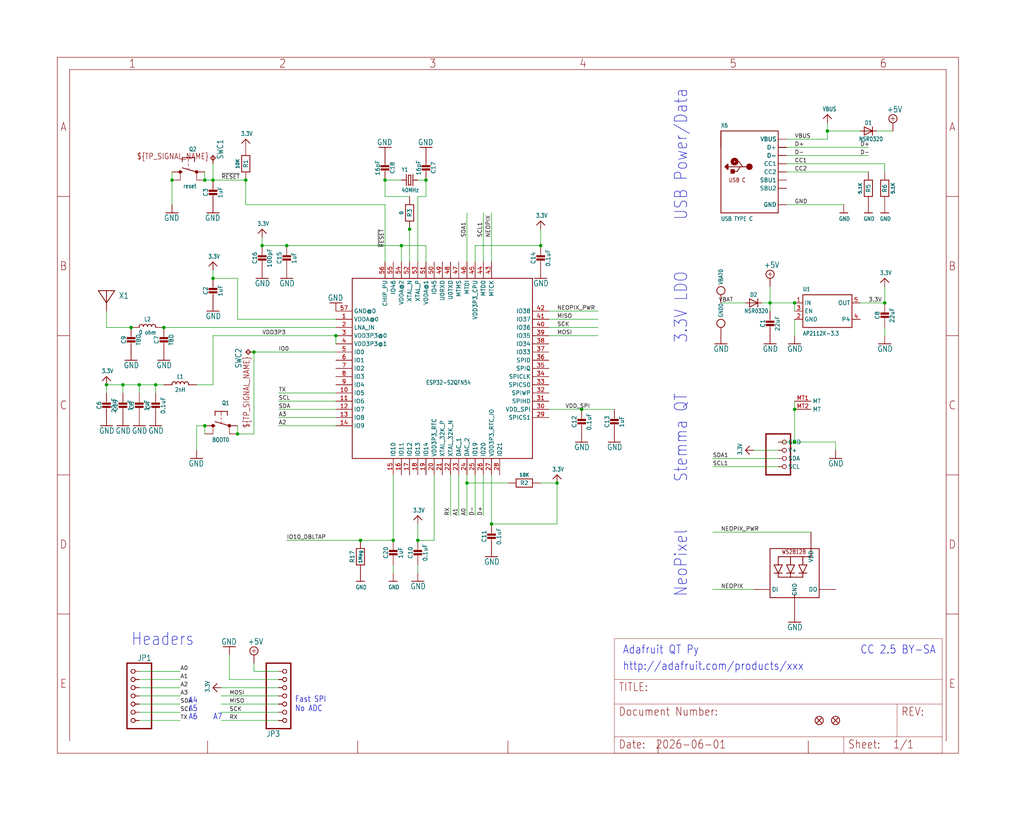
<source format=kicad_sch>
(kicad_sch (version 20230121) (generator eeschema)
  (paper "User" 317.5 254.127)
  (lib_symbols
    (symbol "working-eagle-import:+5V" (power)
      (property "Value" "+5V" (at -1.905 3.175 0))
      (symbol "+5V_1_0"
        (pin power_in line (at 0 -2.54 90) (length 2.54) (name "+5V") (number "1"))
      )
    )
    (symbol "working-eagle-import:3.3V" (power)
      (property "Value" "3.3V" (at -1.524 1.016 0))
      (symbol "3.3V_1_0"
        (pin power_in line (at 0 -2.54 90) (length 2.54) (name "3.3V") (number "1"))
      )
    )
    (symbol "working-eagle-import:ANTENNA_JOHANSON_2450AT18B100"
      (property "Reference" "X" (at 3.81 1.27 0))
      (symbol "ANTENNA_JOHANSON_2450AT18B100_1_0"
        (pin passive line (at 0 -2.54 90) (length 2.54) (name "P$1") (number "FP"))
      )
    )
    (symbol "working-eagle-import:CAP_CERAMIC0805-NOOUTLINE"
      (property "Reference" "C" (at -2.29 1.25 90))
      (symbol "CAP_CERAMIC0805-NOOUTLINE_1_0"
        (pin passive line (at 0 5.08 270) (length 2.54) (name "1") (number "1"))
        (pin passive line (at 0 -2.54 90) (length 2.54) (name "2") (number "2"))
      )
    )
    (symbol "working-eagle-import:CAP_CERAMIC_0402NO"
      (property "Reference" "C" (at -2.29 1.25 90))
      (symbol "CAP_CERAMIC_0402NO_1_0"
        (pin passive line (at 0 5.08 270) (length 2.54) (name "1") (number "1"))
        (pin passive line (at 0 -2.54 90) (length 2.54) (name "2") (number "2"))
      )
    )
    (symbol "working-eagle-import:CRYSTAL_2X1.6MM"
      (property "Reference" "Y" (at -2.54 2.54 0))
      (symbol "CRYSTAL_2X1.6MM_1_0"
        (pin passive line (at -2.54 0 0) (length 0) (name "1") (number "1"))
        (pin passive line (at 2.54 0 180) (length 0) (name "2") (number "3"))
      )
    )
    (symbol "working-eagle-import:DIODE_SOD323MINI"
      (property "Reference" "D" (at 0 2.54 0))
      (symbol "DIODE_SOD323MINI_1_0"
        (pin passive line (at -2.54 0 0) (length 2.54) (name "A") (number "A"))
        (pin passive line (at 2.54 0 180) (length 2.54) (name "C") (number "C"))
      )
    )
    (symbol "working-eagle-import:ESP32-S2QFN54"
      (symbol "ESP32-S2QFN54_1_0"
        (pin power_in line (at -33.02 15.24 0) (length 5.08) (name "VDDA@0") (number "1"))
        (pin bidirectional line (at -33.02 -7.62 0) (length 5.08) (name "IO5") (number "10"))
        (pin bidirectional line (at -33.02 -10.16 0) (length 5.08) (name "IO6") (number "11"))
        (pin bidirectional line (at -33.02 -12.7 0) (length 5.08) (name "IO7") (number "12"))
        (pin bidirectional line (at -33.02 -15.24 0) (length 5.08) (name "IO8") (number "13"))
        (pin bidirectional line (at -33.02 -17.78 0) (length 5.08) (name "IO9") (number "14"))
        (pin bidirectional line (at -15.24 -33.02 90) (length 5.08) (name "IO10") (number "15"))
        (pin bidirectional line (at -12.7 -33.02 90) (length 5.08) (name "IO11") (number "16"))
        (pin bidirectional line (at -10.16 -33.02 90) (length 5.08) (name "IO12") (number "17"))
        (pin bidirectional line (at -7.62 -33.02 90) (length 5.08) (name "IO13") (number "18"))
        (pin bidirectional line (at -5.08 -33.02 90) (length 5.08) (name "IO14") (number "19"))
        (pin bidirectional line (at -33.02 12.7 0) (length 5.08) (name "LNA_IN") (number "2"))
        (pin power_in line (at -2.54 -33.02 90) (length 5.08) (name "VDD3P3_RTC") (number "20"))
        (pin bidirectional line (at 0 -33.02 90) (length 5.08) (name "XTAL_32K_P") (number "21"))
        (pin bidirectional line (at 2.54 -33.02 90) (length 5.08) (name "XTAL_32K_N") (number "22"))
        (pin bidirectional line (at 5.08 -33.02 90) (length 5.08) (name "DAC_1") (number "23"))
        (pin bidirectional line (at 7.62 -33.02 90) (length 5.08) (name "DAC_2") (number "24"))
        (pin bidirectional line (at 10.16 -33.02 90) (length 5.08) (name "IO19") (number "25"))
        (pin bidirectional line (at 12.7 -33.02 90) (length 5.08) (name "IO20") (number "26"))
        (pin power_in line (at 15.24 -33.02 90) (length 5.08) (name "VDD3P3_RTC_IO") (number "27"))
        (pin bidirectional line (at 17.78 -33.02 90) (length 5.08) (name "IO21") (number "28"))
        (pin bidirectional line (at 33.02 -15.24 180) (length 5.08) (name "SPICS1") (number "29"))
        (pin power_in line (at -33.02 10.16 0) (length 5.08) (name "VDD3P3@0") (number "3"))
        (pin power_in line (at 33.02 -12.7 180) (length 5.08) (name "VDD_SPI") (number "30"))
        (pin bidirectional line (at 33.02 -10.16 180) (length 5.08) (name "SPIHD") (number "31"))
        (pin bidirectional line (at 33.02 -7.62 180) (length 5.08) (name "SPIWP") (number "32"))
        (pin bidirectional line (at 33.02 -5.08 180) (length 5.08) (name "SPICS0") (number "33"))
        (pin bidirectional line (at 33.02 -2.54 180) (length 5.08) (name "SPICLK") (number "34"))
        (pin bidirectional line (at 33.02 0 180) (length 5.08) (name "SPIQ") (number "35"))
        (pin bidirectional line (at 33.02 2.54 180) (length 5.08) (name "SPID") (number "36"))
        (pin bidirectional line (at 33.02 5.08 180) (length 5.08) (name "IO33") (number "37"))
        (pin bidirectional line (at 33.02 7.62 180) (length 5.08) (name "IO34") (number "38"))
        (pin bidirectional line (at 33.02 10.16 180) (length 5.08) (name "IO35") (number "39"))
        (pin power_in line (at -33.02 7.62 0) (length 5.08) (name "VDD3P3@1") (number "4"))
        (pin bidirectional line (at 33.02 12.7 180) (length 5.08) (name "IO36") (number "40"))
        (pin bidirectional line (at 33.02 15.24 180) (length 5.08) (name "IO37") (number "41"))
        (pin bidirectional line (at 33.02 17.78 180) (length 5.08) (name "IO38") (number "42"))
        (pin bidirectional line (at 15.24 33.02 270) (length 5.08) (name "MTCK") (number "43"))
        (pin bidirectional line (at 12.7 33.02 270) (length 5.08) (name "MTD0") (number "44"))
        (pin power_in line (at 10.16 33.02 270) (length 5.08) (name "VDD3P3_CPU") (number "45"))
        (pin bidirectional line (at 7.62 33.02 270) (length 5.08) (name "MTDI") (number "46"))
        (pin bidirectional line (at 5.08 33.02 270) (length 5.08) (name "MTMS") (number "47"))
        (pin bidirectional line (at 2.54 33.02 270) (length 5.08) (name "U0TXD") (number "48"))
        (pin bidirectional line (at 0 33.02 270) (length 5.08) (name "U0RXD") (number "49"))
        (pin bidirectional line (at -33.02 5.08 0) (length 5.08) (name "IO0") (number "5"))
        (pin bidirectional line (at -2.54 33.02 270) (length 5.08) (name "IO45") (number "50"))
        (pin power_in line (at -5.08 33.02 270) (length 5.08) (name "VDDA@1") (number "51"))
        (pin bidirectional line (at -10.16 33.02 270) (length 5.08) (name "XTAL_N") (number "52"))
        (pin bidirectional line (at -7.62 33.02 270) (length 5.08) (name "XTAL_P") (number "53"))
        (pin power_in line (at -12.7 33.02 270) (length 5.08) (name "VDDA@2") (number "54"))
        (pin input line (at -15.24 33.02 270) (length 5.08) (name "IO46") (number "55"))
        (pin input line (at -17.78 33.02 270) (length 5.08) (name "CHIP_PU") (number "56"))
        (pin power_in line (at -33.02 17.78 0) (length 5.08) (name "GND@0") (number "57"))
        (pin bidirectional line (at -33.02 2.54 0) (length 5.08) (name "IO1") (number "6"))
        (pin bidirectional line (at -33.02 0 0) (length 5.08) (name "IO2") (number "7"))
        (pin bidirectional line (at -33.02 -2.54 0) (length 5.08) (name "IO3") (number "8"))
        (pin bidirectional line (at -33.02 -5.08 0) (length 5.08) (name "IO4") (number "9"))
      )
    )
    (symbol "working-eagle-import:FIDUCIAL_1MM")
    (symbol "working-eagle-import:FRAME_A_L"
      (symbol "FRAME_A_L_1_0"
        (text "1" (at 23.2833 213.995 0) (effects (font (size 2.54 2.286))))
        (text "2" (at 69.85 213.995 0) (effects (font (size 2.54 2.286))))
        (text "3" (at 116.4167 213.995 0) (effects (font (size 2.54 2.286))))
        (text "4" (at 162.9833 213.995 0) (effects (font (size 2.54 2.286))))
        (text "5" (at 209.55 213.995 0) (effects (font (size 2.54 2.286))))
        (text "6" (at 256.1167 213.995 0) (effects (font (size 2.54 2.286))))
        (text "A" (at 1.905 194.31 0) (effects (font (size 2.54 2.286))))
        (text "A" (at 277.495 194.31 0) (effects (font (size 2.54 2.286))))
        (text "B" (at 1.905 151.13 0) (effects (font (size 2.54 2.286))))
        (text "B" (at 277.495 151.13 0) (effects (font (size 2.54 2.286))))
        (text "C" (at 1.905 107.95 0) (effects (font (size 2.54 2.286))))
        (text "C" (at 277.495 107.95 0) (effects (font (size 2.54 2.286))))
        (text "D" (at 1.905 64.77 0) (effects (font (size 2.54 2.286))))
        (text "D" (at 277.495 64.77 0) (effects (font (size 2.54 2.286))))
        (text "E" (at 1.905 21.59 0) (effects (font (size 2.54 2.286))))
        (text "E" (at 277.495 21.59 0) (effects (font (size 2.54 2.286))))
      )
      (symbol "FRAME_A_L_2_0"
        (text "${#}/${##}" (at 86.36 1.27 0) (effects (font (size 2.54 2.159)) (justify left bottom)))
        (text "${CURRENT_DATE}" (at 12.7 1.27 0) (effects (font (size 2.54 2.159)) (justify left bottom)))
        (text "${PROJECTNAME}" (at 17.78 19.05 0) (effects (font (size 2.54 2.159)) (justify left bottom)))
        (text "Date:" (at 1.27 1.27 0) (effects (font (size 2.54 2.159)) (justify left bottom)))
        (text "Document Number:" (at 1.27 11.43 0) (effects (font (size 2.54 2.159)) (justify left bottom)))
        (text "REV:" (at 88.9 11.43 0) (effects (font (size 2.54 2.159)) (justify left bottom)))
        (text "Sheet:" (at 72.39 1.27 0) (effects (font (size 2.54 2.159)) (justify left bottom)))
        (text "TITLE:" (at 1.27 19.05 0) (effects (font (size 2.54 2.159)) (justify left bottom)))
      )
    )
    (symbol "working-eagle-import:GND" (power)
      (property "Value" "GND" (at -2.54 -2.54 0))
      (symbol "GND_1_0"
        (pin power_in line (at 0 2.54 270) (length 2.54) (name "GND") (number "1"))
      )
    )
    (symbol "working-eagle-import:HEADER-1X7_CASTEL"
      (property "Reference" "JP" (at -6.35 10.795 0))
      (symbol "HEADER-1X7_CASTEL_1_0"
        (pin passive inverted (at -2.54 7.62 0) (length 2.54) (name "1") (number "1"))
        (pin passive inverted (at -2.54 7.62 0) (length 2.54) (name "1") (number "1C"))
        (pin passive inverted (at -2.54 5.08 0) (length 2.54) (name "2") (number "2"))
        (pin passive inverted (at -2.54 5.08 0) (length 2.54) (name "2") (number "2C"))
        (pin passive inverted (at -2.54 2.54 0) (length 2.54) (name "3") (number "3"))
        (pin passive inverted (at -2.54 2.54 0) (length 2.54) (name "3") (number "3C"))
        (pin passive inverted (at -2.54 0 0) (length 2.54) (name "4") (number "4"))
        (pin passive inverted (at -2.54 0 0) (length 2.54) (name "4") (number "4C"))
        (pin passive inverted (at -2.54 -2.54 0) (length 2.54) (name "5") (number "5"))
        (pin passive inverted (at -2.54 -2.54 0) (length 2.54) (name "5") (number "5C"))
        (pin passive inverted (at -2.54 -5.08 0) (length 2.54) (name "6") (number "6"))
        (pin passive inverted (at -2.54 -5.08 0) (length 2.54) (name "6") (number "6C"))
        (pin passive inverted (at -2.54 -7.62 0) (length 2.54) (name "7") (number "7"))
        (pin passive inverted (at -2.54 -7.62 0) (length 2.54) (name "7") (number "7C"))
      )
    )
    (symbol "working-eagle-import:INDUCTOR_0402"
      (property "Reference" "L" (at 0 2.54 0))
      (symbol "INDUCTOR_0402_1_0"
        (pin passive line (at -5.08 0 0) (length 2.54) (name "1") (number "1"))
        (pin passive line (at 5.08 0 180) (length 2.54) (name "2") (number "2"))
      )
    )
    (symbol "working-eagle-import:RESISTOR_0402NO"
      (property "Reference" "R" (at 0 2.54 0))
      (symbol "RESISTOR_0402NO_1_0"
        (pin passive line (at -5.08 0 0) (length 2.54) (name "1") (number "1"))
        (pin passive line (at 5.08 0 180) (length 2.54) (name "2") (number "2"))
      )
    )
    (symbol "working-eagle-import:STEMMA_I2C_QTSKINNY"
      (symbol "STEMMA_I2C_QTSKINNY_1_0"
        (pin passive inverted (at 0 5.08 0) (length 2.54) (name "GND") (number "1"))
        (pin passive inverted (at 0 2.54 0) (length 2.54) (name "V+") (number "2"))
        (pin passive inverted (at 0 0 0) (length 2.54) (name "SDA") (number "3"))
        (pin passive inverted (at 0 -2.54 0) (length 2.54) (name "SCL") (number "4"))
      )
      (symbol "STEMMA_I2C_QTSKINNY_2_0"
        (pin bidirectional line (at 0 0 0) (length 5.08) (name "MT") (number "MT1"))
      )
      (symbol "STEMMA_I2C_QTSKINNY_3_0"
        (pin bidirectional line (at 0 0 0) (length 5.08) (name "MT") (number "MT2"))
      )
    )
    (symbol "working-eagle-import:SWITCH_TACT_SMT4.6X2.8"
      (property "Reference" "SW" (at -2.54 6.35 0))
      (symbol "SWITCH_TACT_SMT4.6X2.8_1_0"
        (pin passive line (at -5.08 0 0) (length 2.54) (name "P") (number "A"))
        (pin passive line (at -5.08 -2.54 0) (length 2.54) (name "P1") (number "A'"))
        (pin passive line (at 5.08 0 180) (length 2.54) (name "S") (number "B"))
        (pin passive line (at 5.08 -2.54 180) (length 2.54) (name "S1") (number "B'"))
      )
    )
    (symbol "working-eagle-import:TESTPOINT_MINUS"
      (property "Reference" "TP" (at 0 5.588 90))
      (symbol "TESTPOINT_MINUS_1_0"
        (pin bidirectional line (at 0 0 90) (length 2.54) (name "P$1") (number "P$1"))
      )
    )
    (symbol "working-eagle-import:TESTPOINT_PLUS13"
      (property "Reference" "TP" (at 0 5.588 90))
      (symbol "TESTPOINT_PLUS13_1_0"
        (pin bidirectional line (at 0 0 90) (length 2.54) (name "P$1") (number "P$1"))
      )
    )
    (symbol "working-eagle-import:TPB1,27"
      (property "Reference" "TP" (at -1.27 1.27 0))
      (symbol "TPB1,27_1_0"
        (text "${TP_SIGNAL_NAME}" (at 1.27 -1.27 0) (effects (font (size 1.778 1.5113)) (justify left bottom)))
        (pin input line (at 0 -2.54 90) (length 2.54) (name "TP") (number "TP"))
      )
    )
    (symbol "working-eagle-import:USB_C"
      (property "Reference" "X" (at -10.16 13.716 0))
      (symbol "USB_C_1_0"
        (text "USB C" (at -5.08 -2.54 0) (effects (font (size 1.27 1.0795))))
        (pin power_in line (at 10.16 -10.16 180) (length 2.54) (name "GND") (number "A1B12"))
        (pin power_in line (at 10.16 10.16 180) (length 2.54) (name "VBUS") (number "A4B9"))
        (pin bidirectional line (at 10.16 2.54 180) (length 2.54) (name "CC1") (number "A5"))
        (pin bidirectional line (at 10.16 7.62 180) (length 2.54) (name "D+") (number "A6"))
        (pin bidirectional line (at 10.16 5.08 180) (length 2.54) (name "D-") (number "A7"))
        (pin bidirectional line (at 10.16 -2.54 180) (length 2.54) (name "SBU1") (number "A8"))
        (pin power_in line (at 10.16 -10.16 180) (length 2.54) (name "GND") (number "B1A12"))
        (pin power_in line (at 10.16 10.16 180) (length 2.54) (name "VBUS") (number "B4A9"))
        (pin bidirectional line (at 10.16 0 180) (length 2.54) (name "CC2") (number "B5"))
        (pin bidirectional line (at 10.16 7.62 180) (length 2.54) (name "D+") (number "B6"))
        (pin bidirectional line (at 10.16 5.08 180) (length 2.54) (name "D-") (number "B7"))
        (pin bidirectional line (at 10.16 -5.08 180) (length 2.54) (name "SBU2") (number "B8"))
      )
    )
    (symbol "working-eagle-import:VBUS" (power)
      (property "Value" "VBUS" (at -1.524 1.016 0))
      (symbol "VBUS_1_0"
        (pin power_in line (at 0 -2.54 90) (length 2.54) (name "VBUS") (number "1"))
      )
    )
    (symbol "working-eagle-import:VREG_SOT23-5"
      (property "Reference" "U" (at -7.62 6.096 0))
      (symbol "VREG_SOT23-5_1_0"
        (pin power_in line (at -10.16 2.54 0) (length 2.54) (name "IN") (number "1"))
        (pin power_in line (at -10.16 -2.54 0) (length 2.54) (name "GND") (number "2"))
        (pin input line (at -10.16 0 0) (length 2.54) (name "EN") (number "3"))
        (pin bidirectional line (at 10.16 -2.54 180) (length 2.54) (name "P4") (number "4"))
        (pin power_in line (at 10.16 2.54 180) (length 2.54) (name "OUT") (number "5"))
      )
    )
    (symbol "working-eagle-import:WS2812B_SK6805_1515"
      (symbol "WS2812B_SK6805_1515_1_0"
        (text "WS2812B" (at -4.064 8.382 0) (effects (font (size 1.27 1.0795)) (justify left bottom)))
        (pin input line (at -12.7 -2.54 0) (length 5.08) (name "DI") (number "1"))
        (pin power_in line (at 5.08 15.24 270) (length 5.08) (name "VDD") (number "2"))
        (pin output line (at 12.7 -2.54 180) (length 5.08) (name "DO") (number "3"))
        (pin power_in line (at 0 -10.16 90) (length 5.08) (name "GND") (number "4"))
      )
    )
    (symbol "working-eagle-import:microbuilder_GND" (power)
      (property "Value" "microbuilder_GND" (at -1.524 -2.54 0))
      (symbol "microbuilder_GND_1_0"
        (pin power_in line (at 0 2.54 270) (length 2.54) (name "GND") (number "1"))
      )
    )
  )
  (junction (at 121.92 167.64))
  (junction (at 66.04 86.36))
  (junction (at 152.4 162.56))
  (junction (at 246.38 127))
  (junction (at 124.46 76.2))
  (junction (at 246.38 93.98))
  (junction (at 167.64 76.2))
  (junction (at 50.8 101.6))
  (junction (at 274.32 93.98))
  (junction (at 144.78 149.86))
  (junction (at 73.66 134.62))
  (junction (at 104.14 104.14))
  (junction (at 172.72 149.86))
  (junction (at 180.34 127))
  (junction (at 81.28 76.2))
  (junction (at 238.76 93.98))
  (junction (at 66.04 55.88))
  (junction (at 78.74 109.22))
  (junction (at 40.64 101.6))
  (junction (at 256.54 40.64))
  (junction (at 33.02 119.38))
  (junction (at 111.76 167.64))
  (junction (at 63.5 55.88))
  (junction (at 127 71.12))
  (junction (at 43.18 119.38))
  (junction (at 76.2 55.88))
  (junction (at 38.1 119.38))
  (junction (at 63.5 132.08))
  (junction (at 129.54 167.64))
  (junction (at 246.38 137.16))
  (junction (at 132.08 55.88))
  (junction (at 119.38 55.88))
  (junction (at 88.9 76.2))
  (junction (at 53.34 55.88))
  (junction (at 48.26 119.38))
  (wire (pts (xy 63.5 55.88) (xy 66.04 55.88)) (stroke (width 0.1524)))
  (wire (pts (xy 246.38 124.46) (xy 246.38 127)) (stroke (width 0.1524)))
  (wire (pts (xy 170.18 99.06) (xy 185.42 99.06)) (stroke (width 0.1524)))
  (wire (pts (xy 243.84 45.72) (xy 269.24 45.72)) (stroke (width 0.1524)))
  (wire (pts (xy 132.08 81.28) (xy 132.08 76.2)) (stroke (width 0.1524)))
  (wire (pts (xy 53.34 63.5) (xy 53.34 55.88)) (stroke (width 0.1524)))
  (wire (pts (xy 60.96 132.08) (xy 63.5 132.08)) (stroke (width 0.1524)))
  (wire (pts (xy 266.7 93.98) (xy 274.32 93.98)) (stroke (width 0.1524)))
  (wire (pts (xy 144.78 149.86) (xy 157.48 149.86)) (stroke (width 0.1524)))
  (wire (pts (xy 144.78 149.86) (xy 144.78 147.32)) (stroke (width 0.1524)))
  (wire (pts (xy 76.2 55.88) (xy 76.2 63.5)) (stroke (width 0.1524)))
  (wire (pts (xy 55.88 218.44) (xy 43.18 218.44)) (stroke (width 0.1524)))
  (wire (pts (xy 48.26 119.38) (xy 43.18 119.38)) (stroke (width 0.1524)))
  (wire (pts (xy 170.18 127) (xy 180.34 127)) (stroke (width 0.1524)))
  (wire (pts (xy 238.76 96.52) (xy 238.76 93.98)) (stroke (width 0.1524)))
  (wire (pts (xy 129.54 162.56) (xy 129.54 167.64)) (stroke (width 0.1524)))
  (wire (pts (xy 78.74 134.62) (xy 78.74 109.22)) (stroke (width 0.1524)))
  (wire (pts (xy 246.38 99.06) (xy 246.38 104.14)) (stroke (width 0.1524)))
  (wire (pts (xy 86.36 129.54) (xy 104.14 129.54)) (stroke (width 0.1524)))
  (wire (pts (xy 243.84 53.34) (xy 269.24 53.34)) (stroke (width 0.1524)))
  (wire (pts (xy 76.2 63.5) (xy 119.38 63.5)) (stroke (width 0.1524)))
  (wire (pts (xy 147.32 76.2) (xy 167.64 76.2)) (stroke (width 0.1524)))
  (wire (pts (xy 86.36 127) (xy 104.14 127)) (stroke (width 0.1524)))
  (wire (pts (xy 132.08 55.88) (xy 129.54 55.88)) (stroke (width 0.1524)))
  (wire (pts (xy 149.86 160.02) (xy 149.86 147.32)) (stroke (width 0.1524)))
  (wire (pts (xy 38.1 119.38) (xy 33.02 119.38)) (stroke (width 0.1524)))
  (wire (pts (xy 134.62 167.64) (xy 134.62 147.32)) (stroke (width 0.1524)))
  (wire (pts (xy 147.32 81.28) (xy 147.32 76.2)) (stroke (width 0.1524)))
  (wire (pts (xy 88.9 76.2) (xy 124.46 76.2)) (stroke (width 0.1524)))
  (wire (pts (xy 66.04 55.88) (xy 76.2 55.88)) (stroke (width 0.1524)))
  (wire (pts (xy 50.8 101.6) (xy 104.14 101.6)) (stroke (width 0.1524)))
  (wire (pts (xy 223.52 93.98) (xy 231.14 93.98)) (stroke (width 0.1524)))
  (wire (pts (xy 246.38 96.52) (xy 246.38 93.98)) (stroke (width 0.1524)))
  (wire (pts (xy 86.36 223.52) (xy 68.58 223.52)) (stroke (width 0.1524)))
  (wire (pts (xy 256.54 38.1) (xy 256.54 40.64)) (stroke (width 0.1524)))
  (wire (pts (xy 43.18 215.9) (xy 55.88 215.9)) (stroke (width 0.1524)))
  (wire (pts (xy 48.26 119.38) (xy 48.26 121.92)) (stroke (width 0.1524)))
  (wire (pts (xy 43.18 220.98) (xy 55.88 220.98)) (stroke (width 0.1524)))
  (wire (pts (xy 43.18 210.82) (xy 55.88 210.82)) (stroke (width 0.1524)))
  (wire (pts (xy 121.92 167.64) (xy 111.76 167.64)) (stroke (width 0.1524)))
  (wire (pts (xy 170.18 101.6) (xy 185.42 101.6)) (stroke (width 0.1524)))
  (wire (pts (xy 241.3 142.24) (xy 220.98 142.24)) (stroke (width 0.1524)))
  (wire (pts (xy 38.1 121.92) (xy 38.1 119.38)) (stroke (width 0.1524)))
  (wire (pts (xy 256.54 43.18) (xy 243.84 43.18)) (stroke (width 0.1524)))
  (wire (pts (xy 86.36 215.9) (xy 68.58 215.9)) (stroke (width 0.1524)))
  (wire (pts (xy 167.64 149.86) (xy 172.72 149.86)) (stroke (width 0.1524)))
  (wire (pts (xy 144.78 81.28) (xy 144.78 66.04)) (stroke (width 0.1524)))
  (wire (pts (xy 33.02 101.6) (xy 33.02 96.52)) (stroke (width 0.1524)))
  (wire (pts (xy 104.14 99.06) (xy 73.66 99.06)) (stroke (width 0.1524)))
  (wire (pts (xy 233.68 182.88) (xy 220.98 182.88)) (stroke (width 0.1524)))
  (wire (pts (xy 124.46 76.2) (xy 124.46 81.28)) (stroke (width 0.1524)))
  (wire (pts (xy 139.7 147.32) (xy 139.7 160.02)) (stroke (width 0.1524)))
  (wire (pts (xy 63.5 55.88) (xy 63.5 53.34)) (stroke (width 0.1524)))
  (wire (pts (xy 243.84 48.26) (xy 269.24 48.26)) (stroke (width 0.1524)))
  (wire (pts (xy 73.66 134.62) (xy 78.74 134.62)) (stroke (width 0.1524)))
  (wire (pts (xy 129.54 60.96) (xy 132.08 60.96)) (stroke (width 0.1524)))
  (wire (pts (xy 86.36 132.08) (xy 104.14 132.08)) (stroke (width 0.1524)))
  (wire (pts (xy 127 60.96) (xy 119.38 60.96)) (stroke (width 0.1524)))
  (wire (pts (xy 111.76 167.64) (xy 88.9 167.64)) (stroke (width 0.1524)))
  (wire (pts (xy 121.92 147.32) (xy 121.92 167.64)) (stroke (width 0.1524)))
  (wire (pts (xy 86.36 124.46) (xy 104.14 124.46)) (stroke (width 0.1524)))
  (wire (pts (xy 104.14 104.14) (xy 66.04 104.14)) (stroke (width 0.1524)))
  (wire (pts (xy 63.5 134.62) (xy 63.5 132.08)) (stroke (width 0.1524)))
  (wire (pts (xy 152.4 147.32) (xy 152.4 162.56)) (stroke (width 0.1524)))
  (wire (pts (xy 71.12 210.82) (xy 71.12 203.2)) (stroke (width 0.1524)))
  (wire (pts (xy 274.32 50.8) (xy 274.32 53.34)) (stroke (width 0.1524)))
  (wire (pts (xy 86.36 213.36) (xy 68.58 213.36)) (stroke (width 0.1524)))
  (wire (pts (xy 73.66 132.08) (xy 73.66 134.62)) (stroke (width 0.1524)))
  (wire (pts (xy 238.76 88.9) (xy 238.76 93.98)) (stroke (width 0.1524)))
  (wire (pts (xy 86.36 208.28) (xy 78.74 208.28)) (stroke (width 0.1524)))
  (wire (pts (xy 167.64 76.2) (xy 167.64 71.12)) (stroke (width 0.1524)))
  (wire (pts (xy 43.18 223.52) (xy 55.88 223.52)) (stroke (width 0.1524)))
  (wire (pts (xy 246.38 137.16) (xy 259.08 137.16)) (stroke (width 0.1524)))
  (wire (pts (xy 127 81.28) (xy 127 71.12)) (stroke (width 0.1524)))
  (wire (pts (xy 144.78 160.02) (xy 144.78 149.86)) (stroke (width 0.1524)))
  (wire (pts (xy 66.04 119.38) (xy 60.96 119.38)) (stroke (width 0.1524)))
  (wire (pts (xy 121.92 177.8) (xy 121.92 175.26)) (stroke (width 0.1524)))
  (wire (pts (xy 66.04 104.14) (xy 66.04 119.38)) (stroke (width 0.1524)))
  (wire (pts (xy 251.46 165.1) (xy 220.98 165.1)) (stroke (width 0.1524)))
  (wire (pts (xy 274.32 104.14) (xy 274.32 101.6)) (stroke (width 0.1524)))
  (wire (pts (xy 53.34 53.34) (xy 53.34 55.88)) (stroke (width 0.1524)))
  (wire (pts (xy 129.54 177.8) (xy 129.54 175.26)) (stroke (width 0.1524)))
  (wire (pts (xy 104.14 104.14) (xy 104.14 106.68)) (stroke (width 0.1524)))
  (wire (pts (xy 55.88 208.28) (xy 43.18 208.28)) (stroke (width 0.1524)))
  (wire (pts (xy 256.54 40.64) (xy 256.54 43.18)) (stroke (width 0.1524)))
  (wire (pts (xy 33.02 121.92) (xy 33.02 119.38)) (stroke (width 0.1524)))
  (wire (pts (xy 81.28 73.66) (xy 81.28 76.2)) (stroke (width 0.1524)))
  (wire (pts (xy 119.38 63.5) (xy 119.38 81.28)) (stroke (width 0.1524)))
  (wire (pts (xy 43.18 119.38) (xy 38.1 119.38)) (stroke (width 0.1524)))
  (wire (pts (xy 236.22 93.98) (xy 238.76 93.98)) (stroke (width 0.1524)))
  (wire (pts (xy 170.18 96.52) (xy 185.42 96.52)) (stroke (width 0.1524)))
  (wire (pts (xy 180.34 127) (xy 190.5 127)) (stroke (width 0.1524)))
  (wire (pts (xy 127 71.12) (xy 127 68.58)) (stroke (width 0.1524)))
  (wire (pts (xy 246.38 127) (xy 246.38 137.16)) (stroke (width 0.1524)))
  (wire (pts (xy 261.62 63.5) (xy 243.84 63.5)) (stroke (width 0.1524)))
  (wire (pts (xy 172.72 162.56) (xy 172.72 149.86)) (stroke (width 0.1524)))
  (wire (pts (xy 73.66 86.36) (xy 66.04 86.36)) (stroke (width 0.1524)))
  (wire (pts (xy 132.08 76.2) (xy 124.46 76.2)) (stroke (width 0.1524)))
  (wire (pts (xy 271.78 40.64) (xy 276.86 40.64)) (stroke (width 0.1524)))
  (wire (pts (xy 66.04 83.82) (xy 66.04 86.36)) (stroke (width 0.1524)))
  (wire (pts (xy 259.08 137.16) (xy 259.08 139.7)) (stroke (width 0.1524)))
  (wire (pts (xy 152.4 81.28) (xy 152.4 66.04)) (stroke (width 0.1524)))
  (wire (pts (xy 86.36 121.92) (xy 104.14 121.92)) (stroke (width 0.1524)))
  (wire (pts (xy 78.74 208.28) (xy 78.74 205.74)) (stroke (width 0.1524)))
  (wire (pts (xy 86.36 220.98) (xy 68.58 220.98)) (stroke (width 0.1524)))
  (wire (pts (xy 149.86 66.04) (xy 149.86 81.28)) (stroke (width 0.1524)))
  (wire (pts (xy 43.18 121.92) (xy 43.18 119.38)) (stroke (width 0.1524)))
  (wire (pts (xy 86.36 210.82) (xy 71.12 210.82)) (stroke (width 0.1524)))
  (wire (pts (xy 50.8 119.38) (xy 48.26 119.38)) (stroke (width 0.1524)))
  (wire (pts (xy 55.88 213.36) (xy 43.18 213.36)) (stroke (width 0.1524)))
  (wire (pts (xy 60.96 139.7) (xy 60.96 132.08)) (stroke (width 0.1524)))
  (wire (pts (xy 147.32 160.02) (xy 147.32 147.32)) (stroke (width 0.1524)))
  (wire (pts (xy 73.66 99.06) (xy 73.66 86.36)) (stroke (width 0.1524)))
  (wire (pts (xy 152.4 162.56) (xy 172.72 162.56)) (stroke (width 0.1524)))
  (wire (pts (xy 124.46 55.88) (xy 119.38 55.88)) (stroke (width 0.1524)))
  (wire (pts (xy 170.18 104.14) (xy 185.42 104.14)) (stroke (width 0.1524)))
  (wire (pts (xy 132.08 60.96) (xy 132.08 55.88)) (stroke (width 0.1524)))
  (wire (pts (xy 104.14 109.22) (xy 78.74 109.22)) (stroke (width 0.1524)))
  (wire (pts (xy 66.04 50.8) (xy 66.04 55.88)) (stroke (width 0.1524)))
  (wire (pts (xy 129.54 167.64) (xy 134.62 167.64)) (stroke (width 0.1524)))
  (wire (pts (xy 274.32 88.9) (xy 274.32 93.98)) (stroke (width 0.1524)))
  (wire (pts (xy 256.54 40.64) (xy 266.7 40.64)) (stroke (width 0.1524)))
  (wire (pts (xy 241.3 137.16) (xy 246.38 137.16)) (stroke (width 0.1524)))
  (wire (pts (xy 238.76 93.98) (xy 246.38 93.98)) (stroke (width 0.1524)))
  (wire (pts (xy 40.64 101.6) (xy 33.02 101.6)) (stroke (width 0.1524)))
  (wire (pts (xy 241.3 144.78) (xy 220.98 144.78)) (stroke (width 0.1524)))
  (wire (pts (xy 81.28 76.2) (xy 88.9 76.2)) (stroke (width 0.1524)))
  (wire (pts (xy 142.24 160.02) (xy 142.24 147.32)) (stroke (width 0.1524)))
  (wire (pts (xy 86.36 218.44) (xy 68.58 218.44)) (stroke (width 0.1524)))
  (wire (pts (xy 241.3 139.7) (xy 233.68 139.7)) (stroke (width 0.1524)))
  (wire (pts (xy 129.54 81.28) (xy 129.54 60.96)) (stroke (width 0.1524)))
  (wire (pts (xy 243.84 50.8) (xy 274.32 50.8)) (stroke (width 0.1524)))
  (wire (pts (xy 119.38 60.96) (xy 119.38 55.88)) (stroke (width 0.1524)))
  (text "Headers" (at 40.64 200.66 0) (effects (font (size 3.81 3.2385)) (justify left bottom)))
  (text "Adafruit QT Py" (at 193.04 203.2 0) (effects (font (size 2.54 2.159)) (justify left bottom)))
  (text "Fast SPI\nNo ADC" (at 91.44 220.98 0) (effects (font (size 1.778 1.5113)) (justify left bottom)))
  (text "A6" (at 58.42 223.52 0) (effects (font (size 1.778 1.5113)) (justify left bottom)))
  (text "A4" (at 58.42 218.44 0) (effects (font (size 1.778 1.5113)) (justify left bottom)))
  (text "http://adafruit.com/products/xxx" (at 193.04 208.28 0) (effects (font (size 2.54 2.159)) (justify left bottom)))
  (text "3.3V LDO" (at 213.36 106.68 90) (effects (font (size 3.81 3.2385)) (justify left bottom)))
  (text "Stemma QT" (at 213.36 149.86 90) (effects (font (size 3.81 3.2385)) (justify left bottom)))
  (text "A5" (at 58.42 220.98 0) (effects (font (size 1.778 1.5113)) (justify left bottom)))
  (text "A7" (at 66.04 223.52 0) (effects (font (size 1.778 1.5113)) (justify left bottom)))
  (text "NeoPixel" (at 213.36 185.42 90) (effects (font (size 3.81 3.2385)) (justify left bottom)))
  (text "CC 2.5 BY-SA" (at 266.7 203.2 0) (effects (font (size 2.54 2.159)) (justify left bottom)))
  (text "USB Power/Data" (at 213.36 68.58 90) (effects (font (size 3.81 3.2385)) (justify left bottom)))
  (label "A3" (at 55.88 215.9 0) (effects (font (size 1.2446 1.2446))))
  (label "RX" (at 139.7 160.02 90) (effects (font (size 1.2446 1.2446))))
  (label "RX" (at 71.12 223.52 0) (effects (font (size 1.2446 1.2446))))
  (label "VDD3P3" (at 81.28 104.14 0) (effects (font (size 1.2446 1.2446))))
  (label "VBAT" (at 227.33 93.98 180) (effects (font (size 1.2446 1.2446))))
  (label "SCL" (at 86.36 124.46 0) (effects (font (size 1.2446 1.2446))))
  (label "D-" (at 246.38 48.26 0) (effects (font (size 1.2446 1.2446))))
  (label "MOSI" (at 71.12 215.9 0) (effects (font (size 1.2446 1.2446))))
  (label "CC2" (at 246.38 53.34 0) (effects (font (size 1.2446 1.2446))))
  (label "SDA" (at 55.88 218.44 0) (effects (font (size 1.2446 1.2446))))
  (label "IO10_DBLTAP" (at 88.9 167.64 0) (effects (font (size 1.2446 1.2446))))
  (label "VDD_SPI" (at 175.26 127 0) (effects (font (size 1.2446 1.2446))))
  (label "A2" (at 55.88 213.36 0) (effects (font (size 1.2446 1.2446))))
  (label "NEOPIX" (at 152.4 73.66 90) (effects (font (size 1.2446 1.2446))))
  (label "GND" (at 246.38 63.5 0) (effects (font (size 1.2446 1.2446))))
  (label "SCL1" (at 149.86 73.66 90) (effects (font (size 1.2446 1.2446))))
  (label "D+" (at 266.7 45.72 0) (effects (font (size 1.2446 1.2446))))
  (label "MOSI" (at 172.72 104.14 0) (effects (font (size 1.2446 1.2446))))
  (label "~{RESET}" (at 119.38 76.835 90) (effects (font (size 1.2446 1.2446))))
  (label "A3" (at 86.36 129.54 0) (effects (font (size 1.2446 1.2446))))
  (label "SCL" (at 55.88 220.98 0) (effects (font (size 1.2446 1.2446))))
  (label "SDA1" (at 220.98 142.24 0) (effects (font (size 1.2446 1.2446))))
  (label "D-" (at 266.7 48.26 0) (effects (font (size 1.2446 1.2446))))
  (label "SCK" (at 172.72 101.6 0) (effects (font (size 1.2446 1.2446))))
  (label "3.3V" (at 269.24 93.98 0) (effects (font (size 1.2446 1.2446))))
  (label "NEOPIX" (at 223.52 182.88 0) (effects (font (size 1.2446 1.2446))))
  (label "CC1" (at 246.38 50.8 0) (effects (font (size 1.2446 1.2446))))
  (label "A0" (at 55.88 208.28 0) (effects (font (size 1.2446 1.2446))))
  (label "A1" (at 142.24 160.02 90) (effects (font (size 1.2446 1.2446))))
  (label "D+" (at 246.38 45.72 0) (effects (font (size 1.2446 1.2446))))
  (label "TX" (at 86.36 121.92 0) (effects (font (size 1.2446 1.2446))))
  (label "TX" (at 55.88 223.52 0) (effects (font (size 1.2446 1.2446))))
  (label "A1" (at 55.88 210.82 0) (effects (font (size 1.2446 1.2446))))
  (label "~{RESET}" (at 68.58 55.88 0) (effects (font (size 1.2446 1.2446))))
  (label "A2" (at 86.36 132.08 0) (effects (font (size 1.2446 1.2446))))
  (label "SDA" (at 86.36 127 0) (effects (font (size 1.2446 1.2446))))
  (label "SCK" (at 71.12 220.98 0) (effects (font (size 1.2446 1.2446))))
  (label "VBUS" (at 246.38 43.18 0) (effects (font (size 1.2446 1.2446))))
  (label "MISO" (at 71.12 218.44 0) (effects (font (size 1.2446 1.2446))))
  (label "D-" (at 147.32 160.02 90) (effects (font (size 1.2446 1.2446))))
  (label "NEOPIX_PWR" (at 172.72 96.52 0) (effects (font (size 1.2446 1.2446))))
  (label "A0" (at 144.78 160.02 90) (effects (font (size 1.2446 1.2446))))
  (label "SDA1" (at 144.78 73.66 90) (effects (font (size 1.2446 1.2446))))
  (label "NEOPIX_PWR" (at 223.52 165.1 0) (effects (font (size 1.2446 1.2446))))
  (label "MISO" (at 172.72 99.06 0) (effects (font (size 1.2446 1.2446))))
  (label "IO0" (at 86.36 109.22 0) (effects (font (size 1.2446 1.2446))))
  (label "D+" (at 149.86 160.02 90) (effects (font (size 1.2446 1.2446))))
  (label "SCL1" (at 220.98 144.78 0) (effects (font (size 1.2446 1.2446))))
  (symbol (lib_id "working-eagle-import:CAP_CERAMIC_0402NO") (at 66.04 91.44 0) (unit 1)
    (property "Reference" "C2" (at 63.75 90.19 90))
    (property "Value" "1uF" (at 68.34 90.19 90))
    (property "Footprint" "working:_0402NO" (effects hide))
  )
  (symbol (lib_id "working-eagle-import:GND") (at 60.96 142.24 0) (unit 1)
    (property "Reference" "#GND7" (effects hide))
    (property "Value" "GND" (at 58.42 144.78 0) (effects (font (size 1.778 1.5113)) (justify left bottom)))
  )
  (symbol (lib_id "working-eagle-import:CAP_CERAMIC_0402NO") (at 119.38 50.8 180) (unit 1)
    (property "Reference" "C18" (at 121.67 52.05 90))
    (property "Value" "16pF" (at 117.08 52.05 90))
    (property "Footprint" "working:_0402NO" (effects hide))
  )
  (symbol (lib_id "working-eagle-import:ANTENNA_JOHANSON_2450AT18B100") (at 33.02 93.98 0) (unit 1)
    (property "Reference" "X1" (at 36.83 92.71 0) (effects (font (size 1.778 1.5113)) (justify left bottom)))
    (property "Value" "ANTENNA_JOHANSON_2450AT18B100" (effects hide))
    (property "Footprint" "working:ANT_2450AT18B100" (effects hide))
  )
  (symbol (lib_id "working-eagle-import:GND") (at 88.9 86.36 0) (mirror y) (unit 1)
    (property "Reference" "#GND24" (effects hide))
    (property "Value" "GND" (at 91.44 88.9 0) (effects (font (size 1.778 1.5113)) (justify left bottom)))
  )
  (symbol (lib_id "working-eagle-import:SWITCH_TACT_SMT4.6X2.8") (at 68.58 132.08 0) (mirror y) (unit 1)
    (property "Reference" "Q1" (at 71.12 125.73 0) (effects (font (size 1.27 1.0795)) (justify left bottom)))
    (property "Value" "BOOT0" (at 71.12 137.16 0) (effects (font (size 1.27 1.0795)) (justify left bottom)))
    (property "Footprint" "working:BTN_KMR2_4.6X2.8" (effects hide))
  )
  (symbol (lib_id "working-eagle-import:TPB1,27") (at 76.2 109.22 90) (mirror x) (unit 1)
    (property "Reference" "SWC2" (at 74.93 107.95 0) (effects (font (size 1.778 1.5113)) (justify left bottom)))
    (property "Value" "TPB1,27" (effects hide))
    (property "Footprint" "working:B1,27" (effects hide))
  )
  (symbol (lib_id "working-eagle-import:RESISTOR_0402NO") (at 76.2 50.8 270) (unit 1)
    (property "Reference" "R1" (at 76.2 50.8 0))
    (property "Value" "10K" (at 73.66 50.8 0) (effects (font (size 1.016 1.016) bold)))
    (property "Footprint" "working:_0402NO" (effects hide))
  )
  (symbol (lib_id "working-eagle-import:TPB1,27") (at 66.04 48.26 0) (mirror y) (unit 1)
    (property "Reference" "SWC1" (at 67.31 49.53 90) (effects (font (size 1.778 1.5113)) (justify left bottom)))
    (property "Value" "TPB1,27" (effects hide))
    (property "Footprint" "working:B1,27" (effects hide))
  )
  (symbol (lib_id "working-eagle-import:FRAME_A_L") (at 190.5 233.68 0) (unit 2)
    (property "Reference" "#FRAME1" (effects hide))
    (property "Value" "FRAME_A_L" (effects hide))
  )
  (symbol (lib_id "working-eagle-import:GND") (at 33.02 132.08 0) (mirror y) (unit 1)
    (property "Reference" "#GND10" (effects hide))
    (property "Value" "GND" (at 35.56 134.62 0) (effects (font (size 1.778 1.5113)) (justify left bottom)))
  )
  (symbol (lib_id "working-eagle-import:GND") (at 43.18 132.08 0) (mirror y) (unit 1)
    (property "Reference" "#GND11" (effects hide))
    (property "Value" "GND" (at 45.72 134.62 0) (effects (font (size 1.778 1.5113)) (justify left bottom)))
  )
  (symbol (lib_id "working-eagle-import:INDUCTOR_0402") (at 55.88 119.38 0) (unit 1)
    (property "Reference" "L1" (at 55.88 116.84 0) (effects (font (size 1.27 1.0795))))
    (property "Value" "2nH" (at 55.88 120.92 0) (effects (font (size 1.27 1.0795))))
    (property "Footprint" "working:_0402" (effects hide))
  )
  (symbol (lib_id "working-eagle-import:GND") (at 40.64 111.76 0) (mirror y) (unit 1)
    (property "Reference" "#GND15" (effects hide))
    (property "Value" "GND" (at 43.18 114.3 0) (effects (font (size 1.778 1.5113)) (justify left bottom)))
  )
  (symbol (lib_id "working-eagle-import:+5V") (at 78.74 203.2 0) (unit 1)
    (property "Reference" "#SUPPLY3" (effects hide))
    (property "Value" "+5V" (at 76.835 200.025 0) (effects (font (size 1.778 1.5113)) (justify left bottom)))
  )
  (symbol (lib_id "working-eagle-import:3.3V") (at 129.54 160.02 0) (unit 1)
    (property "Reference" "#U$20" (effects hide))
    (property "Value" "3.3V" (at 128.016 159.004 0) (effects (font (size 1.27 1.0795)) (justify left bottom)))
  )
  (symbol (lib_id "working-eagle-import:INDUCTOR_0402") (at 45.72 101.6 0) (unit 1)
    (property "Reference" "L2" (at 45.72 99.06 0) (effects (font (size 1.27 1.0795))))
    (property "Value" "0 ohm" (at 45.72 103.14 0) (effects (font (size 1.27 1.0795))))
    (property "Footprint" "working:_0402" (effects hide))
  )
  (symbol (lib_id "working-eagle-import:GND") (at 104.14 93.98 0) (mirror x) (unit 1)
    (property "Reference" "#GND9" (effects hide))
    (property "Value" "GND" (at 101.6 91.44 0) (effects (font (size 1.778 1.5113)) (justify left bottom)))
  )
  (symbol (lib_id "working-eagle-import:3.3V") (at 167.64 68.58 0) (unit 1)
    (property "Reference" "#U$23" (effects hide))
    (property "Value" "3.3V" (at 166.116 67.564 0) (effects (font (size 1.27 1.0795)) (justify left bottom)))
  )
  (symbol (lib_id "working-eagle-import:ESP32-S2QFN54") (at 137.16 114.3 0) (unit 1)
    (property "Reference" "U$15" (effects hide))
    (property "Value" "ESP32-S2QFN54" (at 132.08 119.38 0) (effects (font (size 1.27 1.0795)) (justify left bottom)))
    (property "Footprint" "working:QFN56_7X7" (effects hide))
  )
  (symbol (lib_id "working-eagle-import:GND") (at 246.38 106.68 0) (mirror y) (unit 1)
    (property "Reference" "#GND1" (effects hide))
    (property "Value" "GND" (at 248.92 109.22 0) (effects (font (size 1.778 1.5113)) (justify left bottom)))
  )
  (symbol (lib_id "working-eagle-import:+5V") (at 276.86 38.1 0) (unit 1)
    (property "Reference" "#SUPPLY2" (effects hide))
    (property "Value" "+5V" (at 274.955 34.925 0) (effects (font (size 1.778 1.5113)) (justify left bottom)))
  )
  (symbol (lib_id "working-eagle-import:3.3V") (at 231.14 139.7 90) (unit 1)
    (property "Reference" "#U$2" (effects hide))
    (property "Value" "3.3V" (at 230.124 141.224 0) (effects (font (size 1.27 1.0795)) (justify left bottom)))
  )
  (symbol (lib_id "working-eagle-import:CAP_CERAMIC_0402NO") (at 190.5 132.08 0) (unit 1)
    (property "Reference" "C13" (at 188.21 130.83 90))
    (property "Value" "1uF" (at 192.8 130.83 90))
    (property "Footprint" "working:_0402NO" (effects hide))
  )
  (symbol (lib_id "working-eagle-import:CAP_CERAMIC0805-NOOUTLINE") (at 33.02 127 0) (unit 1)
    (property "Reference" "C6" (at 30.73 125.75 90))
    (property "Value" "22uF" (at 35.32 125.75 90))
    (property "Footprint" "working:0805-NO" (effects hide))
  )
  (symbol (lib_id "working-eagle-import:RESISTOR_0402NO") (at 162.56 149.86 180) (unit 1)
    (property "Reference" "R2" (at 162.56 149.86 0))
    (property "Value" "10K" (at 162.56 147.32 0) (effects (font (size 1.016 1.016) bold)))
    (property "Footprint" "working:_0402NO" (effects hide))
  )
  (symbol (lib_id "working-eagle-import:FRAME_A_L") (at 17.78 233.68 0) (unit 1)
    (property "Reference" "#FRAME1" (effects hide))
    (property "Value" "FRAME_A_L" (effects hide))
  )
  (symbol (lib_id "working-eagle-import:GND") (at 66.04 66.04 0) (unit 1)
    (property "Reference" "#GND4" (effects hide))
    (property "Value" "GND" (at 63.5 68.58 0) (effects (font (size 1.778 1.5113)) (justify left bottom)))
  )
  (symbol (lib_id "working-eagle-import:CAP_CERAMIC_0402NO") (at 66.04 60.96 0) (unit 1)
    (property "Reference" "C3" (at 63.75 59.71 90))
    (property "Value" "1uF" (at 68.34 59.71 90))
    (property "Footprint" "working:_0402NO" (effects hide))
  )
  (symbol (lib_id "working-eagle-import:TESTPOINT_MINUS") (at 223.52 104.14 0) (unit 1)
    (property "Reference" "GND0" (at 223.52 98.552 90) (effects (font (size 1.27 1.0795)) (justify left)))
    (property "Value" "TESTPOINT_MINUS" (effects hide))
    (property "Footprint" "working:TESTPOINT_MINUS_1X3MM" (effects hide))
  )
  (symbol (lib_id "working-eagle-import:CAP_CERAMIC_0402NO") (at 132.08 50.8 180) (unit 1)
    (property "Reference" "C17" (at 134.37 52.05 90))
    (property "Value" "16pF" (at 129.78 52.05 90))
    (property "Footprint" "working:_0402NO" (effects hide))
  )
  (symbol (lib_id "working-eagle-import:GND") (at 81.28 86.36 0) (mirror y) (unit 1)
    (property "Reference" "#GND23" (effects hide))
    (property "Value" "GND" (at 83.82 88.9 0) (effects (font (size 1.778 1.5113)) (justify left bottom)))
  )
  (symbol (lib_id "working-eagle-import:GND") (at 167.64 86.36 0) (mirror y) (unit 1)
    (property "Reference" "#GND22" (effects hide))
    (property "Value" "GND" (at 170.18 88.9 0) (effects (font (size 1.778 1.5113)) (justify left bottom)))
  )
  (symbol (lib_id "working-eagle-import:CAP_CERAMIC0805-NOOUTLINE") (at 274.32 99.06 0) (unit 1)
    (property "Reference" "C8" (at 272.03 97.81 90))
    (property "Value" "22uF" (at 276.62 97.81 90))
    (property "Footprint" "working:0805-NO" (effects hide))
  )
  (symbol (lib_id "working-eagle-import:GND") (at 119.38 45.72 0) (mirror x) (unit 1)
    (property "Reference" "#GND25" (effects hide))
    (property "Value" "GND" (at 116.84 43.18 0) (effects (font (size 1.778 1.5113)) (justify left bottom)))
  )
  (symbol (lib_id "working-eagle-import:RESISTOR_0402NO") (at 127 66.04 270) (unit 1)
    (property "Reference" "R3" (at 127 66.04 0))
    (property "Value" "0" (at 124.46 66.04 0) (effects (font (size 1.016 1.016) bold)))
    (property "Footprint" "working:_0402NO" (effects hide))
  )
  (symbol (lib_id "working-eagle-import:GND") (at 190.5 137.16 0) (mirror y) (unit 1)
    (property "Reference" "#GND21" (effects hide))
    (property "Value" "GND" (at 193.04 139.7 0) (effects (font (size 1.778 1.5113)) (justify left bottom)))
  )
  (symbol (lib_id "working-eagle-import:microbuilder_GND") (at 269.24 66.04 0) (unit 1)
    (property "Reference" "#U$9" (effects hide))
    (property "Value" "GND" (at 267.716 68.58 0) (effects (font (size 1.27 1.0795)) (justify left bottom)))
  )
  (symbol (lib_id "working-eagle-import:CAP_CERAMIC_0402NO") (at 40.64 106.68 0) (unit 1)
    (property "Reference" "C9" (at 38.35 105.43 90))
    (property "Value" "TBD" (at 42.94 105.43 90))
    (property "Footprint" "working:_0402NO" (effects hide))
  )
  (symbol (lib_id "working-eagle-import:GND") (at 50.8 111.76 0) (mirror y) (unit 1)
    (property "Reference" "#GND16" (effects hide))
    (property "Value" "GND" (at 53.34 114.3 0) (effects (font (size 1.778 1.5113)) (justify left bottom)))
  )
  (symbol (lib_id "working-eagle-import:TESTPOINT_PLUS13") (at 223.52 93.98 0) (unit 1)
    (property "Reference" "VBAT0" (at 223.52 88.392 90) (effects (font (size 1.27 1.0795)) (justify left)))
    (property "Value" "TESTPOINT_PLUS13" (effects hide))
    (property "Footprint" "working:TESTPOINT_PLUS_1X3MM" (effects hide))
  )
  (symbol (lib_id "working-eagle-import:3.3V") (at 172.72 147.32 0) (unit 1)
    (property "Reference" "#U$21" (effects hide))
    (property "Value" "3.3V" (at 171.196 146.304 0) (effects (font (size 1.27 1.0795)) (justify left bottom)))
  )
  (symbol (lib_id "working-eagle-import:CAP_CERAMIC_0402NO") (at 48.26 127 0) (unit 1)
    (property "Reference" "C4" (at 45.97 125.75 90))
    (property "Value" "0.1uF" (at 50.56 125.75 90))
    (property "Footprint" "working:_0402NO" (effects hide))
  )
  (symbol (lib_id "working-eagle-import:3.3V") (at 33.02 116.84 0) (unit 1)
    (property "Reference" "#U$19" (effects hide))
    (property "Value" "3.3V" (at 31.496 115.824 0) (effects (font (size 1.27 1.0795)) (justify left bottom)))
  )
  (symbol (lib_id "working-eagle-import:GND") (at 223.52 106.68 0) (mirror y) (unit 1)
    (property "Reference" "#GND27" (effects hide))
    (property "Value" "GND" (at 226.06 109.22 0) (effects (font (size 1.778 1.5113)) (justify left bottom)))
  )
  (symbol (lib_id "working-eagle-import:HEADER-1X7_CASTEL") (at 88.9 215.9 0) (mirror x) (unit 1)
    (property "Reference" "JP3" (at 82.55 226.695 0) (effects (font (size 1.778 1.5113)) (justify left bottom)))
    (property "Value" "HEADER-1X7_CASTEL" (effects hide))
    (property "Footprint" "working:1X07_CASTEL" (effects hide))
  )
  (symbol (lib_id "working-eagle-import:WS2812B_SK6805_1515") (at 246.38 180.34 0) (unit 1)
    (property "Reference" "LED1" (effects hide))
    (property "Value" "WS2812B_SK6805_1515" (effects hide))
    (property "Footprint" "working:SK6805_1515" (effects hide))
  )
  (symbol (lib_id "working-eagle-import:GND") (at 48.26 132.08 0) (mirror y) (unit 1)
    (property "Reference" "#GND13" (effects hide))
    (property "Value" "GND" (at 50.8 134.62 0) (effects (font (size 1.778 1.5113)) (justify left bottom)))
  )
  (symbol (lib_id "working-eagle-import:3.3V") (at 81.28 71.12 0) (unit 1)
    (property "Reference" "#U$24" (effects hide))
    (property "Value" "3.3V" (at 79.756 70.104 0) (effects (font (size 1.27 1.0795)) (justify left bottom)))
  )
  (symbol (lib_id "working-eagle-import:STEMMA_I2C_QTSKINNY") (at 246.38 127 0) (unit 3)
    (property "Reference" "CONN1" (effects hide))
    (property "Value" "STEMMA_I2C_QTSKINNY" (effects hide))
    (property "Footprint" "working:JST_SH4_SKINNY" (effects hide))
  )
  (symbol (lib_id "working-eagle-import:3.3V") (at 274.32 86.36 0) (unit 1)
    (property "Reference" "#U$16" (effects hide))
    (property "Value" "3.3V" (at 272.796 85.344 0) (effects (font (size 1.27 1.0795)) (justify left bottom)))
  )
  (symbol (lib_id "working-eagle-import:SWITCH_TACT_SMT4.6X2.8") (at 58.42 53.34 0) (mirror y) (unit 1)
    (property "Reference" "Q2" (at 60.96 46.99 0) (effects (font (size 1.27 1.0795)) (justify left bottom)))
    (property "Value" "reset" (at 60.96 58.42 0) (effects (font (size 1.27 1.0795)) (justify left bottom)))
    (property "Footprint" "working:BTN_KMR2_4.6X2.8" (effects hide))
  )
  (symbol (lib_id "working-eagle-import:CAP_CERAMIC0805-NOOUTLINE") (at 238.76 101.6 0) (unit 1)
    (property "Reference" "C1" (at 236.47 100.35 90))
    (property "Value" "22uF" (at 241.06 100.35 90))
    (property "Footprint" "working:0805-NO" (effects hide))
  )
  (symbol (lib_id "working-eagle-import:HEADER-1X7_CASTEL") (at 40.64 215.9 0) (mirror y) (unit 1)
    (property "Reference" "JP1" (at 46.99 205.105 0) (effects (font (size 1.778 1.5113)) (justify left bottom)))
    (property "Value" "HEADER-1X7_CASTEL" (effects hide))
    (property "Footprint" "working:1X07_CASTEL" (effects hide))
  )
  (symbol (lib_id "working-eagle-import:GND") (at 38.1 132.08 0) (mirror y) (unit 1)
    (property "Reference" "#GND18" (effects hide))
    (property "Value" "GND" (at 40.64 134.62 0) (effects (font (size 1.778 1.5113)) (justify left bottom)))
  )
  (symbol (lib_id "working-eagle-import:CAP_CERAMIC_0402NO") (at 43.18 127 0) (unit 1)
    (property "Reference" "C5" (at 40.89 125.75 90))
    (property "Value" "1uF" (at 45.48 125.75 90))
    (property "Footprint" "working:_0402NO" (effects hide))
  )
  (symbol (lib_id "working-eagle-import:STEMMA_I2C_QTSKINNY") (at 246.38 124.46 0) (unit 2)
    (property "Reference" "CONN1" (effects hide))
    (property "Value" "STEMMA_I2C_QTSKINNY" (effects hide))
    (property "Footprint" "working:JST_SH4_SKINNY" (effects hide))
  )
  (symbol (lib_id "working-eagle-import:GND") (at 246.38 193.04 0) (mirror y) (unit 1)
    (property "Reference" "#GND6" (effects hide))
    (property "Value" "GND" (at 248.92 195.58 0) (effects (font (size 1.778 1.5113)) (justify left bottom)))
  )
  (symbol (lib_id "working-eagle-import:CAP_CERAMIC_0402NO") (at 50.8 106.68 0) (unit 1)
    (property "Reference" "C7" (at 48.51 105.43 90))
    (property "Value" "TBD" (at 53.1 105.43 90))
    (property "Footprint" "working:_0402NO" (effects hide))
  )
  (symbol (lib_id "working-eagle-import:+5V") (at 238.76 86.36 0) (unit 1)
    (property "Reference" "#SUPPLY1" (effects hide))
    (property "Value" "+5V" (at 236.855 83.185 0) (effects (font (size 1.778 1.5113)) (justify left bottom)))
  )
  (symbol (lib_id "working-eagle-import:VBUS") (at 256.54 35.56 0) (unit 1)
    (property "Reference" "#U$5" (effects hide))
    (property "Value" "VBUS" (at 255.016 34.544 0) (effects (font (size 1.27 1.0795)) (justify left bottom)))
  )
  (symbol (lib_id "working-eagle-import:CRYSTAL_2X1.6MM") (at 127 55.88 0) (unit 1)
    (property "Reference" "Y1" (at 124.46 53.34 0) (effects (font (size 1.27 1.0795)) (justify left bottom)))
    (property "Value" "40MHz" (at 124.46 59.69 0) (effects (font (size 1.27 1.0795)) (justify left bottom)))
    (property "Footprint" "working:CRYSTAL_2X1.6" (effects hide))
  )
  (symbol (lib_id "working-eagle-import:3.3V") (at 76.2 43.18 0) (unit 1)
    (property "Reference" "#U$4" (effects hide))
    (property "Value" "3.3V" (at 74.676 42.164 0) (effects (font (size 1.27 1.0795)) (justify left bottom)))
  )
  (symbol (lib_id "working-eagle-import:GND") (at 274.32 106.68 0) (mirror y) (unit 1)
    (property "Reference" "#GND12" (effects hide))
    (property "Value" "GND" (at 276.86 109.22 0) (effects (font (size 1.778 1.5113)) (justify left bottom)))
  )
  (symbol (lib_id "working-eagle-import:GND") (at 180.34 137.16 0) (mirror y) (unit 1)
    (property "Reference" "#GND20" (effects hide))
    (property "Value" "GND" (at 182.88 139.7 0) (effects (font (size 1.778 1.5113)) (justify left bottom)))
  )
  (symbol (lib_id "working-eagle-import:FIDUCIAL_1MM") (at 259.08 223.52 0) (unit 1)
    (property "Reference" "U$6" (effects hide))
    (property "Value" "FIDUCIAL_1MM" (effects hide))
    (property "Footprint" "working:FIDUCIAL_1MM" (effects hide))
  )
  (symbol (lib_id "working-eagle-import:CAP_CERAMIC_0402NO") (at 121.92 172.72 0) (unit 1)
    (property "Reference" "C20" (at 119.63 171.47 90))
    (property "Value" "1uF" (at 124.22 171.47 90))
    (property "Footprint" "working:_0402NO" (effects hide))
  )
  (symbol (lib_id "working-eagle-import:GND") (at 129.54 180.34 0) (mirror y) (unit 1)
    (property "Reference" "#GND17" (effects hide))
    (property "Value" "GND" (at 132.08 182.88 0) (effects (font (size 1.778 1.5113)) (justify left bottom)))
  )
  (symbol (lib_id "working-eagle-import:GND") (at 53.34 66.04 0) (unit 1)
    (property "Reference" "#GND14" (effects hide))
    (property "Value" "GND" (at 50.8 68.58 0) (effects (font (size 1.778 1.5113)) (justify left bottom)))
  )
  (symbol (lib_id "working-eagle-import:GND") (at 66.04 96.52 0) (mirror y) (unit 1)
    (property "Reference" "#GND5" (effects hide))
    (property "Value" "GND" (at 68.58 99.06 0) (effects (font (size 1.778 1.5113)) (justify left bottom)))
  )
  (symbol (lib_id "working-eagle-import:GND") (at 152.4 172.72 0) (mirror y) (unit 1)
    (property "Reference" "#GND19" (effects hide))
    (property "Value" "GND" (at 154.94 175.26 0) (effects (font (size 1.778 1.5113)) (justify left bottom)))
  )
  (symbol (lib_id "working-eagle-import:3.3V") (at 66.04 213.36 90) (unit 1)
    (property "Reference" "#U$10" (effects hide))
    (property "Value" "3.3V" (at 65.024 214.884 0) (effects (font (size 1.27 1.0795)) (justify left bottom)))
  )
  (symbol (lib_id "working-eagle-import:DIODE_SOD323MINI") (at 233.68 93.98 0) (unit 1)
    (property "Reference" "D2" (at 233.68 91.44 0) (effects (font (size 1.27 1.0795))))
    (property "Value" "  NSR0320" (at 233.68 96.48 0) (effects (font (size 1.27 1.0795))))
    (property "Footprint" "working:SOD-323_MINI" (effects hide))
  )
  (symbol (lib_id "working-eagle-import:CAP_CERAMIC_0402NO") (at 167.64 81.28 0) (unit 1)
    (property "Reference" "C14" (at 165.35 80.03 90))
    (property "Value" "0.1uF" (at 169.94 80.03 90))
    (property "Footprint" "working:_0402NO" (effects hide))
  )
  (symbol (lib_id "working-eagle-import:VREG_SOT23-5") (at 256.54 96.52 0) (unit 1)
    (property "Reference" "U1" (at 248.92 90.424 0) (effects (font (size 1.27 1.0795)) (justify left bottom)))
    (property "Value" "AP2112K-3.3" (at 248.92 104.14 0) (effects (font (size 1.27 1.0795)) (justify left bottom)))
    (property "Footprint" "working:SOT23-5" (effects hide))
  )
  (symbol (lib_id "working-eagle-import:USB_C") (at 233.68 53.34 0) (unit 1)
    (property "Reference" "X6" (at 223.52 39.624 0) (effects (font (size 1.27 1.0795)) (justify left bottom)))
    (property "Value" "USB TYPE C" (at 223.52 68.58 0) (effects (font (size 1.27 1.0795)) (justify left bottom)))
    (property "Footprint" "working:USB_C_CUSB31-CFM2AX-01-X" (effects hide))
  )
  (symbol (lib_id "working-eagle-import:FIDUCIAL_1MM") (at 254 223.52 0) (unit 1)
    (property "Reference" "U$8" (effects hide))
    (property "Value" "FIDUCIAL_1MM" (effects hide))
    (property "Footprint" "working:FIDUCIAL_1MM" (effects hide))
  )
  (symbol (lib_id "working-eagle-import:GND") (at 71.12 200.66 0) (mirror x) (unit 1)
    (property "Reference" "#GND2" (effects hide))
    (property "Value" "GND" (at 68.58 198.12 0) (effects (font (size 1.778 1.5113)) (justify left bottom)))
  )
  (symbol (lib_id "working-eagle-import:CAP_CERAMIC_0402NO") (at 81.28 81.28 0) (unit 1)
    (property "Reference" "C16" (at 78.99 80.03 90))
    (property "Value" "100pF" (at 83.58 80.03 90))
    (property "Footprint" "working:_0402NO" (effects hide))
  )
  (symbol (lib_id "working-eagle-import:RESISTOR_0402NO") (at 269.24 58.42 90) (unit 1)
    (property "Reference" "R5" (at 269.24 58.42 0))
    (property "Value" "5.1K" (at 266.7 58.42 0) (effects (font (size 1.016 1.016) bold)))
    (property "Footprint" "working:_0402NO" (effects hide))
  )
  (symbol (lib_id "working-eagle-import:GND") (at 132.08 45.72 0) (mirror x) (unit 1)
    (property "Reference" "#GND26" (effects hide))
    (property "Value" "GND" (at 129.54 43.18 0) (effects (font (size 1.778 1.5113)) (justify left bottom)))
  )
  (symbol (lib_id "working-eagle-import:microbuilder_GND") (at 274.32 66.04 0) (unit 1)
    (property "Reference" "#U$14" (effects hide))
    (property "Value" "GND" (at 272.796 68.58 0) (effects (font (size 1.27 1.0795)) (justify left bottom)))
  )
  (symbol (lib_id "working-eagle-import:RESISTOR_0402NO") (at 274.32 58.42 90) (unit 1)
    (property "Reference" "R6" (at 274.32 58.42 0))
    (property "Value" "5.1K" (at 276.86 58.42 0) (effects (font (size 1.016 1.016) bold)))
    (property "Footprint" "working:_0402NO" (effects hide))
  )
  (symbol (lib_id "working-eagle-import:CAP_CERAMIC_0402NO") (at 129.54 172.72 0) (unit 1)
    (property "Reference" "C10" (at 127.25 171.47 90))
    (property "Value" "0.1uF" (at 131.84 171.47 90))
    (property "Footprint" "working:_0402NO" (effects hide))
  )
  (symbol (lib_id "working-eagle-import:CAP_CERAMIC_0402NO") (at 38.1 127 0) (unit 1)
    (property "Reference" "C19" (at 35.81 125.75 90))
    (property "Value" "1uF" (at 40.4 125.75 90))
    (property "Footprint" "working:_0402NO" (effects hide))
  )
  (symbol (lib_id "working-eagle-import:RESISTOR_0402NO") (at 111.76 172.72 90) (unit 1)
    (property "Reference" "R17" (at 109.22 172.72 0))
    (property "Value" "1Meg" (at 111.76 172.72 0) (effects (font (size 1.016 1.016) bold)))
    (property "Footprint" "working:_0402NO" (effects hide))
  )
  (symbol (lib_id "working-eagle-import:microbuilder_GND") (at 111.76 180.34 0) (unit 1)
    (property "Reference" "#U$26" (effects hide))
    (property "Value" "GND" (at 110.236 182.88 0) (effects (font (size 1.27 1.0795)) (justify left bottom)))
  )
  (symbol (lib_id "working-eagle-import:GND") (at 259.08 142.24 0) (mirror y) (unit 1)
    (property "Reference" "#GND8" (effects hide))
    (property "Value" "GND" (at 261.62 144.78 0) (effects (font (size 1.778 1.5113)) (justify left bottom)))
  )
  (symbol (lib_id "working-eagle-import:CAP_CERAMIC_0402NO") (at 180.34 132.08 0) (unit 1)
    (property "Reference" "C12" (at 178.05 130.83 90))
    (property "Value" "0.1uF" (at 182.64 130.83 90))
    (property "Footprint" "working:_0402NO" (effects hide))
  )
  (symbol (lib_id "working-eagle-import:STEMMA_I2C_QTSKINNY") (at 241.3 142.24 0) (unit 1)
    (property "Reference" "CONN1" (effects hide))
    (property "Value" "STEMMA_I2C_QTSKINNY" (effects hide))
    (property "Footprint" "working:JST_SH4_SKINNY" (effects hide))
  )
  (symbol (lib_id "working-eagle-import:DIODE_SOD323MINI") (at 269.24 40.64 0) (unit 1)
    (property "Reference" "D1" (at 269.24 38.1 0) (effects (font (size 1.27 1.0795))))
    (property "Value" "  NSR0320" (at 269.24 43.14 0) (effects (font (size 1.27 1.0795))))
    (property "Footprint" "working:SOD-323_MINI" (effects hide))
  )
  (symbol (lib_id "working-eagle-import:GND") (at 238.76 106.68 0) (mirror y) (unit 1)
    (property "Reference" "#GND3" (effects hide))
    (property "Value" "GND" (at 241.3 109.22 0) (effects (font (size 1.778 1.5113)) (justify left bottom)))
  )
  (symbol (lib_id "working-eagle-import:CAP_CERAMIC_0402NO") (at 88.9 81.28 0) (unit 1)
    (property "Reference" "C15" (at 86.61 80.03 90))
    (property "Value" "1uF" (at 91.2 80.03 90))
    (property "Footprint" "working:_0402NO" (effects hide))
  )
  (symbol (lib_id "working-eagle-import:microbuilder_GND") (at 121.92 180.34 0) (unit 1)
    (property "Reference" "#U$40" (effects hide))
    (property "Value" "GND" (at 120.396 182.88 0) (effects (font (size 1.27 1.0795)) (justify left bottom)))
  )
  (symbol (lib_id "working-eagle-import:3.3V") (at 66.04 81.28 0) (unit 1)
    (property "Reference" "#U$17" (effects hide))
    (property "Value" "3.3V" (at 64.516 80.264 0) (effects (font (size 1.27 1.0795)) (justify left bottom)))
  )
  (symbol (lib_id "working-eagle-import:microbuilder_GND") (at 261.62 66.04 0) (unit 1)
    (property "Reference" "#U$1" (effects hide))
    (property "Value" "GND" (at 260.096 68.58 0) (effects (font (size 1.27 1.0795)) (justify left bottom)))
  )
  (symbol (lib_id "working-eagle-import:CAP_CERAMIC_0402NO") (at 152.4 167.64 0) (unit 1)
    (property "Reference" "C11" (at 150.11 166.39 90))
    (property "Value" "0.1uF" (at 154.7 166.39 90))
    (property "Footprint" "working:_0402NO" (effects hide))
  )
)
</source>
